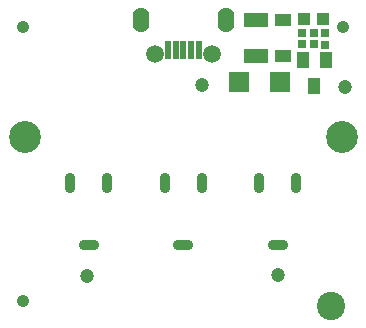
<source format=gts>
G04 Layer_Color=8388736*
%FSLAX25Y25*%
%MOIN*%
G70*
G01*
G75*
%ADD27C,0.04134*%
%ADD37C,0.09449*%
%ADD38R,0.02375X0.06115*%
%ADD39C,0.04737*%
%ADD40C,0.05524*%
%ADD41R,0.03162X0.02769*%
%ADD42R,0.02769X0.03162*%
%ADD43R,0.06784X0.07099*%
%ADD44R,0.04343X0.04343*%
%ADD45R,0.08280X0.04737*%
%ADD46R,0.04400X0.05800*%
%ADD47R,0.05524X0.04147*%
%ADD48O,0.03556X0.06706*%
%ADD49O,0.06706X0.03556*%
%ADD50O,0.05524X0.08280*%
%ADD51C,0.05918*%
%ADD52C,0.10642*%
D27*
X1732Y-7323D02*
D03*
X108504D02*
D03*
X1732Y-98661D02*
D03*
D37*
X104500Y-100284D02*
D03*
D38*
X52559Y-15059D02*
D03*
X50000D02*
D03*
X55118Y-15059D02*
D03*
X57677Y-15059D02*
D03*
X60236Y-15059D02*
D03*
D39*
X61400Y-26783D02*
D03*
X109120Y-27119D02*
D03*
X86595Y-89983D02*
D03*
X23220Y-90364D02*
D03*
D40*
X104500Y-100284D02*
D03*
D41*
X94810Y-12886D02*
D03*
X98747D02*
D03*
X94837Y-9294D02*
D03*
X98774D02*
D03*
D42*
X102433Y-13191D02*
D03*
Y-9253D02*
D03*
D43*
X87264Y-25752D02*
D03*
X73800Y-25751D02*
D03*
D44*
X95223Y-4631D02*
D03*
X101723D02*
D03*
D45*
X79500Y-16789D02*
D03*
X79500Y-4978D02*
D03*
D46*
X98573Y-27011D02*
D03*
X102573Y-18211D02*
D03*
X95073D02*
D03*
D47*
X88445Y-5028D02*
D03*
Y-17035D02*
D03*
D48*
X49016Y-59193D02*
D03*
X61221D02*
D03*
X92716D02*
D03*
X80512D02*
D03*
X17520D02*
D03*
X29724D02*
D03*
D49*
X55118Y-80020D02*
D03*
X86614D02*
D03*
X23622D02*
D03*
D50*
X69291Y-4921D02*
D03*
X40945D02*
D03*
D51*
X64665Y-16339D02*
D03*
X45571D02*
D03*
D52*
X107953Y-43898D02*
D03*
X2285D02*
D03*
M02*

</source>
